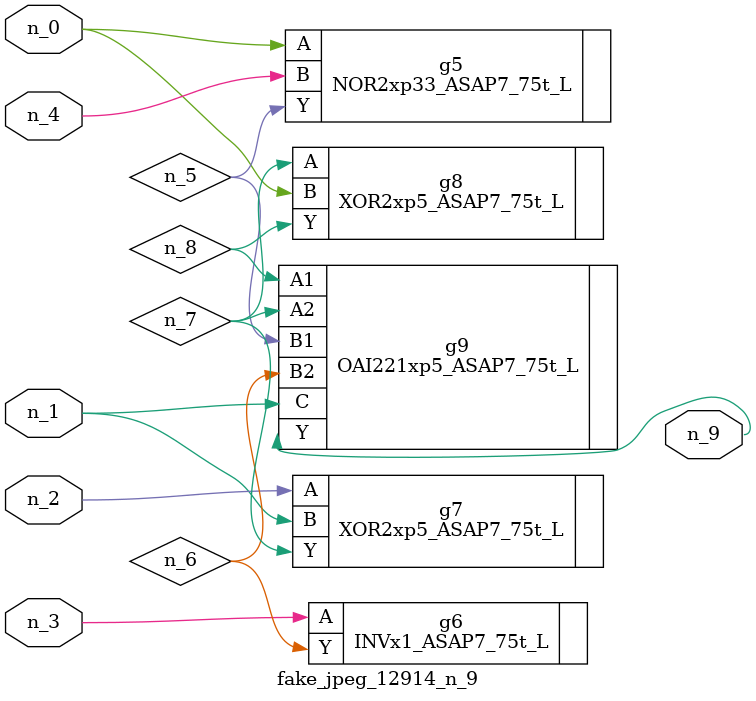
<source format=v>
module fake_jpeg_12914_n_9 (n_3, n_2, n_1, n_0, n_4, n_9);

input n_3;
input n_2;
input n_1;
input n_0;
input n_4;

output n_9;

wire n_8;
wire n_6;
wire n_5;
wire n_7;

NOR2xp33_ASAP7_75t_L g5 ( 
.A(n_0),
.B(n_4),
.Y(n_5)
);

INVx1_ASAP7_75t_L g6 ( 
.A(n_3),
.Y(n_6)
);

XOR2xp5_ASAP7_75t_L g7 ( 
.A(n_2),
.B(n_1),
.Y(n_7)
);

XOR2xp5_ASAP7_75t_L g8 ( 
.A(n_7),
.B(n_0),
.Y(n_8)
);

OAI221xp5_ASAP7_75t_L g9 ( 
.A1(n_8),
.A2(n_7),
.B1(n_5),
.B2(n_6),
.C(n_1),
.Y(n_9)
);


endmodule
</source>
